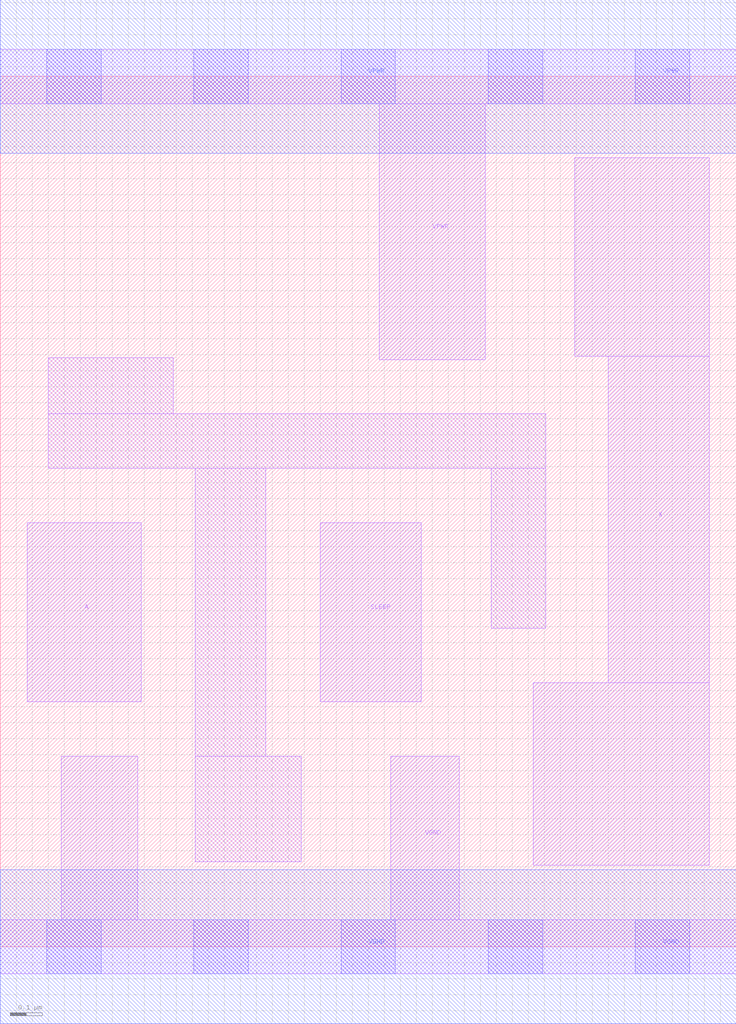
<source format=lef>
# Copyright 2020 The SkyWater PDK Authors
#
# Licensed under the Apache License, Version 2.0 (the "License");
# you may not use this file except in compliance with the License.
# You may obtain a copy of the License at
#
#     https://www.apache.org/licenses/LICENSE-2.0
#
# Unless required by applicable law or agreed to in writing, software
# distributed under the License is distributed on an "AS IS" BASIS,
# WITHOUT WARRANTIES OR CONDITIONS OF ANY KIND, either express or implied.
# See the License for the specific language governing permissions and
# limitations under the License.
#
# SPDX-License-Identifier: Apache-2.0

VERSION 5.7 ;
  NAMESCASESENSITIVE ON ;
  NOWIREEXTENSIONATPIN ON ;
  DIVIDERCHAR "/" ;
  BUSBITCHARS "[]" ;
UNITS
  DATABASE MICRONS 200 ;
END UNITS
PROPERTYDEFINITIONS
  MACRO maskLayoutSubType STRING ;
  MACRO prCellType STRING ;
  MACRO originalViewName STRING ;
END PROPERTYDEFINITIONS
MACRO sky130_fd_sc_hdll__inputiso1p_1
  CLASS CORE ;
  FOREIGN sky130_fd_sc_hdll__inputiso1p_1 ;
  ORIGIN  0.000000  0.000000 ;
  SIZE  2.300000 BY  2.720000 ;
  SYMMETRY X Y R90 ;
  SITE unithd ;
  PIN A
    ANTENNAGATEAREA  0.138600 ;
    DIRECTION INPUT ;
    USE SIGNAL ;
    PORT
      LAYER li1 ;
        RECT 0.085000 0.765000 0.440000 1.325000 ;
    END
  END A
  PIN SLEEP
    ANTENNAGATEAREA  0.138600 ;
    DIRECTION INPUT ;
    USE SIGNAL ;
    PORT
      LAYER li1 ;
        RECT 1.000000 0.765000 1.315000 1.325000 ;
    END
  END SLEEP
  PIN X
    ANTENNADIFFAREA  0.650500 ;
    DIRECTION OUTPUT ;
    USE SIGNAL ;
    PORT
      LAYER li1 ;
        RECT 1.665000 0.255000 2.215000 0.825000 ;
        RECT 1.795000 1.845000 2.215000 2.465000 ;
        RECT 1.900000 0.825000 2.215000 1.845000 ;
    END
  END X
  PIN VGND
    DIRECTION INOUT ;
    USE GROUND ;
    PORT
      LAYER li1 ;
        RECT 0.000000 -0.085000 2.300000 0.085000 ;
        RECT 0.190000  0.085000 0.430000 0.595000 ;
        RECT 1.220000  0.085000 1.435000 0.595000 ;
      LAYER mcon ;
        RECT 0.145000 -0.085000 0.315000 0.085000 ;
        RECT 0.605000 -0.085000 0.775000 0.085000 ;
        RECT 1.065000 -0.085000 1.235000 0.085000 ;
        RECT 1.525000 -0.085000 1.695000 0.085000 ;
        RECT 1.985000 -0.085000 2.155000 0.085000 ;
      LAYER met1 ;
        RECT 0.000000 -0.240000 2.300000 0.240000 ;
    END
  END VGND
  PIN VPWR
    DIRECTION INOUT ;
    USE POWER ;
    PORT
      LAYER li1 ;
        RECT 0.000000 2.635000 2.300000 2.805000 ;
        RECT 1.185000 1.835000 1.515000 2.635000 ;
      LAYER mcon ;
        RECT 0.145000 2.635000 0.315000 2.805000 ;
        RECT 0.605000 2.635000 0.775000 2.805000 ;
        RECT 1.065000 2.635000 1.235000 2.805000 ;
        RECT 1.525000 2.635000 1.695000 2.805000 ;
        RECT 1.985000 2.635000 2.155000 2.805000 ;
      LAYER met1 ;
        RECT 0.000000 2.480000 2.300000 2.960000 ;
    END
  END VPWR
  OBS
    LAYER li1 ;
      RECT 0.150000 1.495000 1.705000 1.665000 ;
      RECT 0.150000 1.665000 0.540000 1.840000 ;
      RECT 0.610000 0.265000 0.940000 0.595000 ;
      RECT 0.610000 0.595000 0.830000 1.495000 ;
      RECT 1.535000 0.995000 1.705000 1.495000 ;
  END
  PROPERTY maskLayoutSubType "abstract" ;
  PROPERTY prCellType "standard" ;
  PROPERTY originalViewName "layout" ;
END sky130_fd_sc_hdll__inputiso1p_1

</source>
